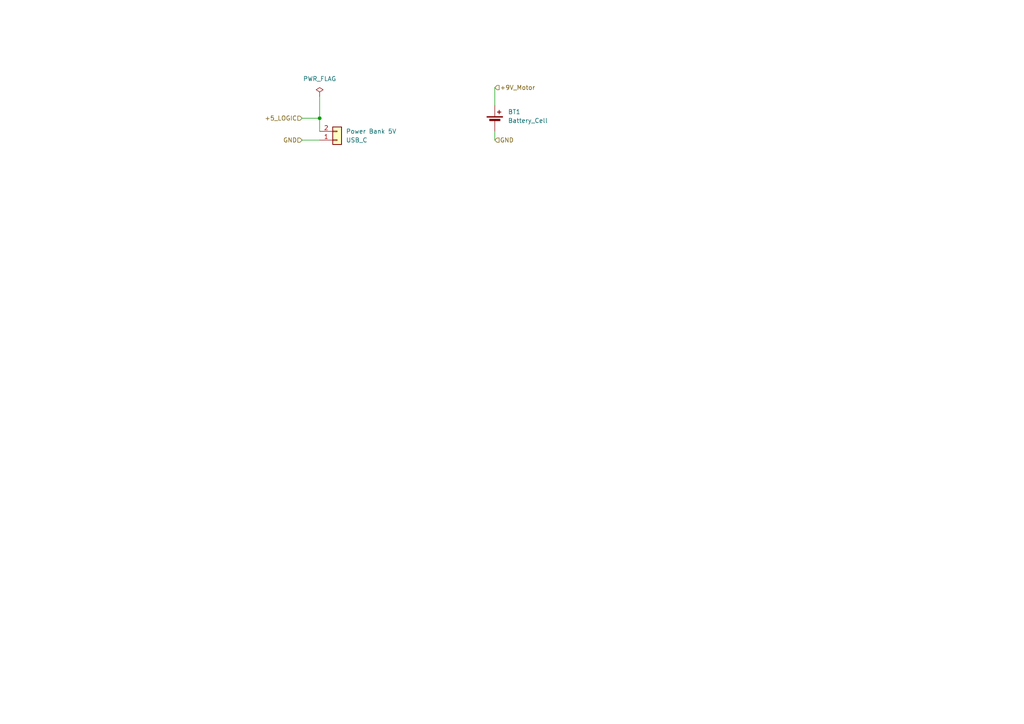
<source format=kicad_sch>
(kicad_sch
	(version 20250114)
	(generator "eeschema")
	(generator_version "9.0")
	(uuid "d8b042c6-aae3-4bb1-ae26-1c398fb76a7f")
	(paper "A4")
	(lib_symbols
		(symbol "Connector_Generic:Conn_01x02"
			(pin_names
				(offset 1.016)
				(hide yes)
			)
			(exclude_from_sim no)
			(in_bom yes)
			(on_board yes)
			(property "Reference" "J"
				(at 0 2.54 0)
				(effects
					(font
						(size 1.27 1.27)
					)
				)
			)
			(property "Value" "Conn_01x02"
				(at 0 -5.08 0)
				(effects
					(font
						(size 1.27 1.27)
					)
				)
			)
			(property "Footprint" ""
				(at 0 0 0)
				(effects
					(font
						(size 1.27 1.27)
					)
					(hide yes)
				)
			)
			(property "Datasheet" "~"
				(at 0 0 0)
				(effects
					(font
						(size 1.27 1.27)
					)
					(hide yes)
				)
			)
			(property "Description" "Generic connector, single row, 01x02, script generated (kicad-library-utils/schlib/autogen/connector/)"
				(at 0 0 0)
				(effects
					(font
						(size 1.27 1.27)
					)
					(hide yes)
				)
			)
			(property "ki_keywords" "connector"
				(at 0 0 0)
				(effects
					(font
						(size 1.27 1.27)
					)
					(hide yes)
				)
			)
			(property "ki_fp_filters" "Connector*:*_1x??_*"
				(at 0 0 0)
				(effects
					(font
						(size 1.27 1.27)
					)
					(hide yes)
				)
			)
			(symbol "Conn_01x02_1_1"
				(rectangle
					(start -1.27 1.27)
					(end 1.27 -3.81)
					(stroke
						(width 0.254)
						(type default)
					)
					(fill
						(type background)
					)
				)
				(rectangle
					(start -1.27 0.127)
					(end 0 -0.127)
					(stroke
						(width 0.1524)
						(type default)
					)
					(fill
						(type none)
					)
				)
				(rectangle
					(start -1.27 -2.413)
					(end 0 -2.667)
					(stroke
						(width 0.1524)
						(type default)
					)
					(fill
						(type none)
					)
				)
				(pin passive line
					(at -5.08 0 0)
					(length 3.81)
					(name "Pin_1"
						(effects
							(font
								(size 1.27 1.27)
							)
						)
					)
					(number "1"
						(effects
							(font
								(size 1.27 1.27)
							)
						)
					)
				)
				(pin passive line
					(at -5.08 -2.54 0)
					(length 3.81)
					(name "Pin_2"
						(effects
							(font
								(size 1.27 1.27)
							)
						)
					)
					(number "2"
						(effects
							(font
								(size 1.27 1.27)
							)
						)
					)
				)
			)
			(embedded_fonts no)
		)
		(symbol "Device:Battery_Cell"
			(pin_numbers
				(hide yes)
			)
			(pin_names
				(offset 0)
				(hide yes)
			)
			(exclude_from_sim no)
			(in_bom yes)
			(on_board yes)
			(property "Reference" "BT"
				(at 2.54 2.54 0)
				(effects
					(font
						(size 1.27 1.27)
					)
					(justify left)
				)
			)
			(property "Value" "Battery_Cell"
				(at 2.54 0 0)
				(effects
					(font
						(size 1.27 1.27)
					)
					(justify left)
				)
			)
			(property "Footprint" ""
				(at 0 1.524 90)
				(effects
					(font
						(size 1.27 1.27)
					)
					(hide yes)
				)
			)
			(property "Datasheet" "~"
				(at 0 1.524 90)
				(effects
					(font
						(size 1.27 1.27)
					)
					(hide yes)
				)
			)
			(property "Description" "Single-cell battery"
				(at 0 0 0)
				(effects
					(font
						(size 1.27 1.27)
					)
					(hide yes)
				)
			)
			(property "ki_keywords" "battery cell"
				(at 0 0 0)
				(effects
					(font
						(size 1.27 1.27)
					)
					(hide yes)
				)
			)
			(symbol "Battery_Cell_0_1"
				(rectangle
					(start -2.286 1.778)
					(end 2.286 1.524)
					(stroke
						(width 0)
						(type default)
					)
					(fill
						(type outline)
					)
				)
				(rectangle
					(start -1.524 1.016)
					(end 1.524 0.508)
					(stroke
						(width 0)
						(type default)
					)
					(fill
						(type outline)
					)
				)
				(polyline
					(pts
						(xy 0 1.778) (xy 0 2.54)
					)
					(stroke
						(width 0)
						(type default)
					)
					(fill
						(type none)
					)
				)
				(polyline
					(pts
						(xy 0 0.762) (xy 0 0)
					)
					(stroke
						(width 0)
						(type default)
					)
					(fill
						(type none)
					)
				)
				(polyline
					(pts
						(xy 0.762 3.048) (xy 1.778 3.048)
					)
					(stroke
						(width 0.254)
						(type default)
					)
					(fill
						(type none)
					)
				)
				(polyline
					(pts
						(xy 1.27 3.556) (xy 1.27 2.54)
					)
					(stroke
						(width 0.254)
						(type default)
					)
					(fill
						(type none)
					)
				)
			)
			(symbol "Battery_Cell_1_1"
				(pin passive line
					(at 0 5.08 270)
					(length 2.54)
					(name "+"
						(effects
							(font
								(size 1.27 1.27)
							)
						)
					)
					(number "1"
						(effects
							(font
								(size 1.27 1.27)
							)
						)
					)
				)
				(pin passive line
					(at 0 -2.54 90)
					(length 2.54)
					(name "-"
						(effects
							(font
								(size 1.27 1.27)
							)
						)
					)
					(number "2"
						(effects
							(font
								(size 1.27 1.27)
							)
						)
					)
				)
			)
			(embedded_fonts no)
		)
		(symbol "power:PWR_FLAG"
			(power)
			(pin_numbers
				(hide yes)
			)
			(pin_names
				(offset 0)
				(hide yes)
			)
			(exclude_from_sim no)
			(in_bom yes)
			(on_board yes)
			(property "Reference" "#FLG"
				(at 0 1.905 0)
				(effects
					(font
						(size 1.27 1.27)
					)
					(hide yes)
				)
			)
			(property "Value" "PWR_FLAG"
				(at 0 3.81 0)
				(effects
					(font
						(size 1.27 1.27)
					)
				)
			)
			(property "Footprint" ""
				(at 0 0 0)
				(effects
					(font
						(size 1.27 1.27)
					)
					(hide yes)
				)
			)
			(property "Datasheet" "~"
				(at 0 0 0)
				(effects
					(font
						(size 1.27 1.27)
					)
					(hide yes)
				)
			)
			(property "Description" "Special symbol for telling ERC where power comes from"
				(at 0 0 0)
				(effects
					(font
						(size 1.27 1.27)
					)
					(hide yes)
				)
			)
			(property "ki_keywords" "flag power"
				(at 0 0 0)
				(effects
					(font
						(size 1.27 1.27)
					)
					(hide yes)
				)
			)
			(symbol "PWR_FLAG_0_0"
				(pin power_out line
					(at 0 0 90)
					(length 0)
					(name "~"
						(effects
							(font
								(size 1.27 1.27)
							)
						)
					)
					(number "1"
						(effects
							(font
								(size 1.27 1.27)
							)
						)
					)
				)
			)
			(symbol "PWR_FLAG_0_1"
				(polyline
					(pts
						(xy 0 0) (xy 0 1.27) (xy -1.016 1.905) (xy 0 2.54) (xy 1.016 1.905) (xy 0 1.27)
					)
					(stroke
						(width 0)
						(type default)
					)
					(fill
						(type none)
					)
				)
			)
			(embedded_fonts no)
		)
	)
	(junction
		(at 92.71 34.29)
		(diameter 0)
		(color 0 0 0 0)
		(uuid "3e4b13e9-46a3-4b87-9e74-1aab8d85bdc9")
	)
	(wire
		(pts
			(xy 87.63 40.64) (xy 92.71 40.64)
		)
		(stroke
			(width 0)
			(type default)
		)
		(uuid "483ee8d4-d62c-4274-b296-b78ee0196685")
	)
	(wire
		(pts
			(xy 143.51 25.4) (xy 143.51 30.48)
		)
		(stroke
			(width 0)
			(type default)
		)
		(uuid "6daca6ee-20e9-4a27-9d8f-48263385948d")
	)
	(wire
		(pts
			(xy 92.71 27.94) (xy 92.71 34.29)
		)
		(stroke
			(width 0)
			(type default)
		)
		(uuid "93763e2a-8464-44a2-a7b6-56672edb94b0")
	)
	(wire
		(pts
			(xy 143.51 38.1) (xy 143.51 40.64)
		)
		(stroke
			(width 0)
			(type default)
		)
		(uuid "9f00d6ff-5609-4fa2-bbd8-c1a72d2e116e")
	)
	(wire
		(pts
			(xy 87.63 34.29) (xy 92.71 34.29)
		)
		(stroke
			(width 0)
			(type default)
		)
		(uuid "ca7927c2-7af0-4cd4-b46e-2e8827715720")
	)
	(wire
		(pts
			(xy 92.71 34.29) (xy 92.71 38.1)
		)
		(stroke
			(width 0)
			(type default)
		)
		(uuid "f836a594-46a0-4d28-8bd0-89ecb7127bda")
	)
	(hierarchical_label "GND"
		(shape input)
		(at 143.51 40.64 0)
		(effects
			(font
				(size 1.27 1.27)
			)
			(justify left)
		)
		(uuid "49ace662-6aa4-4231-a955-a86c71c17b95")
	)
	(hierarchical_label "+9V_Motor"
		(shape input)
		(at 143.51 25.4 0)
		(effects
			(font
				(size 1.27 1.27)
			)
			(justify left)
		)
		(uuid "a6282ff5-630a-4082-b233-0fefdd28d4b8")
	)
	(hierarchical_label "+5_LOGIC"
		(shape input)
		(at 87.63 34.29 180)
		(effects
			(font
				(size 1.27 1.27)
			)
			(justify right)
		)
		(uuid "afdc736e-5feb-4b35-aef3-7c1d4b4cda4f")
	)
	(hierarchical_label "GND"
		(shape input)
		(at 87.63 40.64 180)
		(effects
			(font
				(size 1.27 1.27)
			)
			(justify right)
		)
		(uuid "d11b8cd9-9a5a-4838-ba98-8a46779ce20d")
	)
	(symbol
		(lib_id "Device:Battery_Cell")
		(at 143.51 35.56 0)
		(unit 1)
		(exclude_from_sim no)
		(in_bom yes)
		(on_board yes)
		(dnp no)
		(fields_autoplaced yes)
		(uuid "6ac3c59d-ecce-458a-b5fb-200672902618")
		(property "Reference" "BT1"
			(at 147.32 32.4484 0)
			(effects
				(font
					(size 1.27 1.27)
				)
				(justify left)
			)
		)
		(property "Value" "Battery_Cell"
			(at 147.32 34.9884 0)
			(effects
				(font
					(size 1.27 1.27)
				)
				(justify left)
			)
		)
		(property "Footprint" ""
			(at 143.51 34.036 90)
			(effects
				(font
					(size 1.27 1.27)
				)
				(hide yes)
			)
		)
		(property "Datasheet" "~"
			(at 143.51 34.036 90)
			(effects
				(font
					(size 1.27 1.27)
				)
				(hide yes)
			)
		)
		(property "Description" "Single-cell battery"
			(at 143.51 35.56 0)
			(effects
				(font
					(size 1.27 1.27)
				)
				(hide yes)
			)
		)
		(pin "1"
			(uuid "01bd2f34-10ad-442b-a668-dd73523977d1")
		)
		(pin "2"
			(uuid "41e01a42-bdf2-47e1-8aa9-8b3afc89f3ed")
		)
		(instances
			(project ""
				(path "/8b628cf2-f5c8-4ee4-ba10-6a5a6149387b/f8d49db5-e868-4b99-a2b2-aff98a23b354"
					(reference "BT1")
					(unit 1)
				)
			)
		)
	)
	(symbol
		(lib_id "Connector_Generic:Conn_01x02")
		(at 97.79 40.64 0)
		(mirror x)
		(unit 1)
		(exclude_from_sim no)
		(in_bom yes)
		(on_board yes)
		(dnp no)
		(uuid "93c43bd1-d6f0-41da-b8a1-11dfe3847221")
		(property "Reference" "USB_C"
			(at 100.33 40.6401 0)
			(effects
				(font
					(size 1.27 1.27)
				)
				(justify left)
			)
		)
		(property "Value" "Power Bank 5V"
			(at 100.33 38.1001 0)
			(effects
				(font
					(size 1.27 1.27)
				)
				(justify left)
			)
		)
		(property "Footprint" ""
			(at 97.79 40.64 0)
			(effects
				(font
					(size 1.27 1.27)
				)
				(hide yes)
			)
		)
		(property "Datasheet" "~"
			(at 97.79 40.64 0)
			(effects
				(font
					(size 1.27 1.27)
				)
				(hide yes)
			)
		)
		(property "Description" "Generic connector, single row, 01x02, script generated (kicad-library-utils/schlib/autogen/connector/)"
			(at 97.79 40.64 0)
			(effects
				(font
					(size 1.27 1.27)
				)
				(hide yes)
			)
		)
		(pin "1"
			(uuid "4bac67e1-1e05-4e1a-8d70-8c9bfb8a2853")
		)
		(pin "2"
			(uuid "cf85abec-8b8a-42af-8901-a6952231bd26")
		)
		(instances
			(project ""
				(path "/8b628cf2-f5c8-4ee4-ba10-6a5a6149387b/f8d49db5-e868-4b99-a2b2-aff98a23b354"
					(reference "USB_C")
					(unit 1)
				)
			)
		)
	)
	(symbol
		(lib_id "power:PWR_FLAG")
		(at 92.71 27.94 0)
		(unit 1)
		(exclude_from_sim no)
		(in_bom yes)
		(on_board yes)
		(dnp no)
		(fields_autoplaced yes)
		(uuid "a288c678-f657-465a-b4ea-f7f66163410a")
		(property "Reference" "#FLG01"
			(at 92.71 26.035 0)
			(effects
				(font
					(size 1.27 1.27)
				)
				(hide yes)
			)
		)
		(property "Value" "PWR_FLAG"
			(at 92.71 22.86 0)
			(effects
				(font
					(size 1.27 1.27)
				)
			)
		)
		(property "Footprint" ""
			(at 92.71 27.94 0)
			(effects
				(font
					(size 1.27 1.27)
				)
				(hide yes)
			)
		)
		(property "Datasheet" "~"
			(at 92.71 27.94 0)
			(effects
				(font
					(size 1.27 1.27)
				)
				(hide yes)
			)
		)
		(property "Description" "Special symbol for telling ERC where power comes from"
			(at 92.71 27.94 0)
			(effects
				(font
					(size 1.27 1.27)
				)
				(hide yes)
			)
		)
		(pin "1"
			(uuid "225dfa25-6a98-4de5-885b-abf70cdeb71a")
		)
		(instances
			(project ""
				(path "/8b628cf2-f5c8-4ee4-ba10-6a5a6149387b/f8d49db5-e868-4b99-a2b2-aff98a23b354"
					(reference "#FLG01")
					(unit 1)
				)
			)
		)
	)
)

</source>
